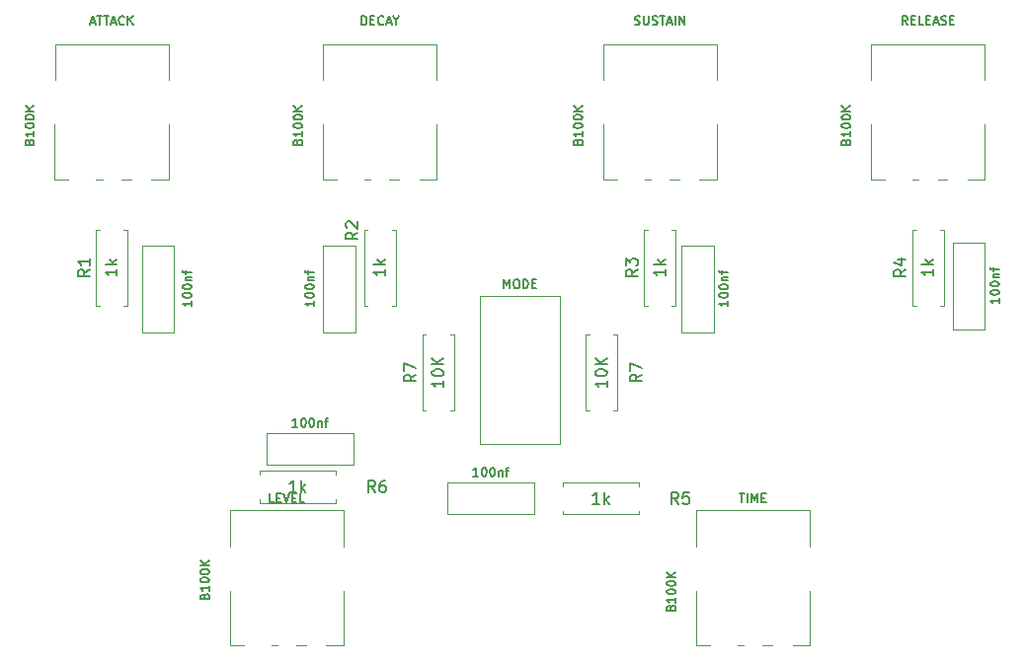
<source format=gbr>
%TF.GenerationSoftware,KiCad,Pcbnew,7.0.2*%
%TF.CreationDate,2024-01-15T12:29:35-05:00*%
%TF.ProjectId,CONTROL PCB,434f4e54-524f-44c2-9050-43422e6b6963,rev?*%
%TF.SameCoordinates,Original*%
%TF.FileFunction,Legend,Top*%
%TF.FilePolarity,Positive*%
%FSLAX46Y46*%
G04 Gerber Fmt 4.6, Leading zero omitted, Abs format (unit mm)*
G04 Created by KiCad (PCBNEW 7.0.2) date 2024-01-15 12:29:35*
%MOMM*%
%LPD*%
G01*
G04 APERTURE LIST*
%ADD10C,0.150000*%
%ADD11C,0.120000*%
G04 APERTURE END LIST*
D10*
%TO.C,MODE*%
X123642857Y-47946964D02*
X123642857Y-47196964D01*
X123642857Y-47196964D02*
X123892857Y-47732678D01*
X123892857Y-47732678D02*
X124142857Y-47196964D01*
X124142857Y-47196964D02*
X124142857Y-47946964D01*
X124642857Y-47196964D02*
X124785714Y-47196964D01*
X124785714Y-47196964D02*
X124857143Y-47232678D01*
X124857143Y-47232678D02*
X124928571Y-47304107D01*
X124928571Y-47304107D02*
X124964286Y-47446964D01*
X124964286Y-47446964D02*
X124964286Y-47696964D01*
X124964286Y-47696964D02*
X124928571Y-47839821D01*
X124928571Y-47839821D02*
X124857143Y-47911250D01*
X124857143Y-47911250D02*
X124785714Y-47946964D01*
X124785714Y-47946964D02*
X124642857Y-47946964D01*
X124642857Y-47946964D02*
X124571429Y-47911250D01*
X124571429Y-47911250D02*
X124500000Y-47839821D01*
X124500000Y-47839821D02*
X124464286Y-47696964D01*
X124464286Y-47696964D02*
X124464286Y-47446964D01*
X124464286Y-47446964D02*
X124500000Y-47304107D01*
X124500000Y-47304107D02*
X124571429Y-47232678D01*
X124571429Y-47232678D02*
X124642857Y-47196964D01*
X125285714Y-47946964D02*
X125285714Y-47196964D01*
X125285714Y-47196964D02*
X125464285Y-47196964D01*
X125464285Y-47196964D02*
X125571428Y-47232678D01*
X125571428Y-47232678D02*
X125642857Y-47304107D01*
X125642857Y-47304107D02*
X125678571Y-47375535D01*
X125678571Y-47375535D02*
X125714285Y-47518392D01*
X125714285Y-47518392D02*
X125714285Y-47625535D01*
X125714285Y-47625535D02*
X125678571Y-47768392D01*
X125678571Y-47768392D02*
X125642857Y-47839821D01*
X125642857Y-47839821D02*
X125571428Y-47911250D01*
X125571428Y-47911250D02*
X125464285Y-47946964D01*
X125464285Y-47946964D02*
X125285714Y-47946964D01*
X126035714Y-47554107D02*
X126285714Y-47554107D01*
X126392857Y-47946964D02*
X126035714Y-47946964D01*
X126035714Y-47946964D02*
X126035714Y-47196964D01*
X126035714Y-47196964D02*
X126392857Y-47196964D01*
%TO.C,R4*%
X158092619Y-46356666D02*
X157616428Y-46689999D01*
X158092619Y-46928094D02*
X157092619Y-46928094D01*
X157092619Y-46928094D02*
X157092619Y-46547142D01*
X157092619Y-46547142D02*
X157140238Y-46451904D01*
X157140238Y-46451904D02*
X157187857Y-46404285D01*
X157187857Y-46404285D02*
X157283095Y-46356666D01*
X157283095Y-46356666D02*
X157425952Y-46356666D01*
X157425952Y-46356666D02*
X157521190Y-46404285D01*
X157521190Y-46404285D02*
X157568809Y-46451904D01*
X157568809Y-46451904D02*
X157616428Y-46547142D01*
X157616428Y-46547142D02*
X157616428Y-46928094D01*
X157425952Y-45499523D02*
X158092619Y-45499523D01*
X157045000Y-45737618D02*
X157759285Y-45975713D01*
X157759285Y-45975713D02*
X157759285Y-45356666D01*
X160462619Y-46309047D02*
X160462619Y-46880475D01*
X160462619Y-46594761D02*
X159462619Y-46594761D01*
X159462619Y-46594761D02*
X159605476Y-46689999D01*
X159605476Y-46689999D02*
X159700714Y-46785237D01*
X159700714Y-46785237D02*
X159748333Y-46880475D01*
X160462619Y-45880475D02*
X159462619Y-45880475D01*
X160081666Y-45785237D02*
X160462619Y-45499523D01*
X159795952Y-45499523D02*
X160176904Y-45880475D01*
%TO.C,100nf*%
X121446428Y-64096964D02*
X121017857Y-64096964D01*
X121232142Y-64096964D02*
X121232142Y-63346964D01*
X121232142Y-63346964D02*
X121160714Y-63454107D01*
X121160714Y-63454107D02*
X121089285Y-63525535D01*
X121089285Y-63525535D02*
X121017857Y-63561250D01*
X121910714Y-63346964D02*
X121982143Y-63346964D01*
X121982143Y-63346964D02*
X122053571Y-63382678D01*
X122053571Y-63382678D02*
X122089286Y-63418392D01*
X122089286Y-63418392D02*
X122125000Y-63489821D01*
X122125000Y-63489821D02*
X122160714Y-63632678D01*
X122160714Y-63632678D02*
X122160714Y-63811250D01*
X122160714Y-63811250D02*
X122125000Y-63954107D01*
X122125000Y-63954107D02*
X122089286Y-64025535D01*
X122089286Y-64025535D02*
X122053571Y-64061250D01*
X122053571Y-64061250D02*
X121982143Y-64096964D01*
X121982143Y-64096964D02*
X121910714Y-64096964D01*
X121910714Y-64096964D02*
X121839286Y-64061250D01*
X121839286Y-64061250D02*
X121803571Y-64025535D01*
X121803571Y-64025535D02*
X121767857Y-63954107D01*
X121767857Y-63954107D02*
X121732143Y-63811250D01*
X121732143Y-63811250D02*
X121732143Y-63632678D01*
X121732143Y-63632678D02*
X121767857Y-63489821D01*
X121767857Y-63489821D02*
X121803571Y-63418392D01*
X121803571Y-63418392D02*
X121839286Y-63382678D01*
X121839286Y-63382678D02*
X121910714Y-63346964D01*
X122625000Y-63346964D02*
X122696429Y-63346964D01*
X122696429Y-63346964D02*
X122767857Y-63382678D01*
X122767857Y-63382678D02*
X122803572Y-63418392D01*
X122803572Y-63418392D02*
X122839286Y-63489821D01*
X122839286Y-63489821D02*
X122875000Y-63632678D01*
X122875000Y-63632678D02*
X122875000Y-63811250D01*
X122875000Y-63811250D02*
X122839286Y-63954107D01*
X122839286Y-63954107D02*
X122803572Y-64025535D01*
X122803572Y-64025535D02*
X122767857Y-64061250D01*
X122767857Y-64061250D02*
X122696429Y-64096964D01*
X122696429Y-64096964D02*
X122625000Y-64096964D01*
X122625000Y-64096964D02*
X122553572Y-64061250D01*
X122553572Y-64061250D02*
X122517857Y-64025535D01*
X122517857Y-64025535D02*
X122482143Y-63954107D01*
X122482143Y-63954107D02*
X122446429Y-63811250D01*
X122446429Y-63811250D02*
X122446429Y-63632678D01*
X122446429Y-63632678D02*
X122482143Y-63489821D01*
X122482143Y-63489821D02*
X122517857Y-63418392D01*
X122517857Y-63418392D02*
X122553572Y-63382678D01*
X122553572Y-63382678D02*
X122625000Y-63346964D01*
X123196429Y-63596964D02*
X123196429Y-64096964D01*
X123196429Y-63668392D02*
X123232143Y-63632678D01*
X123232143Y-63632678D02*
X123303572Y-63596964D01*
X123303572Y-63596964D02*
X123410715Y-63596964D01*
X123410715Y-63596964D02*
X123482143Y-63632678D01*
X123482143Y-63632678D02*
X123517858Y-63704107D01*
X123517858Y-63704107D02*
X123517858Y-64096964D01*
X123767857Y-63596964D02*
X124053571Y-63596964D01*
X123875000Y-64096964D02*
X123875000Y-63454107D01*
X123875000Y-63454107D02*
X123910714Y-63382678D01*
X123910714Y-63382678D02*
X123982143Y-63346964D01*
X123982143Y-63346964D02*
X124053571Y-63346964D01*
%TO.C,R5*%
X138583333Y-66462619D02*
X138250000Y-65986428D01*
X138011905Y-66462619D02*
X138011905Y-65462619D01*
X138011905Y-65462619D02*
X138392857Y-65462619D01*
X138392857Y-65462619D02*
X138488095Y-65510238D01*
X138488095Y-65510238D02*
X138535714Y-65557857D01*
X138535714Y-65557857D02*
X138583333Y-65653095D01*
X138583333Y-65653095D02*
X138583333Y-65795952D01*
X138583333Y-65795952D02*
X138535714Y-65891190D01*
X138535714Y-65891190D02*
X138488095Y-65938809D01*
X138488095Y-65938809D02*
X138392857Y-65986428D01*
X138392857Y-65986428D02*
X138011905Y-65986428D01*
X139488095Y-65462619D02*
X139011905Y-65462619D01*
X139011905Y-65462619D02*
X138964286Y-65938809D01*
X138964286Y-65938809D02*
X139011905Y-65891190D01*
X139011905Y-65891190D02*
X139107143Y-65843571D01*
X139107143Y-65843571D02*
X139345238Y-65843571D01*
X139345238Y-65843571D02*
X139440476Y-65891190D01*
X139440476Y-65891190D02*
X139488095Y-65938809D01*
X139488095Y-65938809D02*
X139535714Y-66034047D01*
X139535714Y-66034047D02*
X139535714Y-66272142D01*
X139535714Y-66272142D02*
X139488095Y-66367380D01*
X139488095Y-66367380D02*
X139440476Y-66415000D01*
X139440476Y-66415000D02*
X139345238Y-66462619D01*
X139345238Y-66462619D02*
X139107143Y-66462619D01*
X139107143Y-66462619D02*
X139011905Y-66415000D01*
X139011905Y-66415000D02*
X138964286Y-66367380D01*
X131820952Y-66462619D02*
X131249524Y-66462619D01*
X131535238Y-66462619D02*
X131535238Y-65462619D01*
X131535238Y-65462619D02*
X131440000Y-65605476D01*
X131440000Y-65605476D02*
X131344762Y-65700714D01*
X131344762Y-65700714D02*
X131249524Y-65748333D01*
X132249524Y-66462619D02*
X132249524Y-65462619D01*
X132344762Y-66081666D02*
X132630476Y-66462619D01*
X132630476Y-65795952D02*
X132249524Y-66176904D01*
%TO.C,R7*%
X135462619Y-55356666D02*
X134986428Y-55689999D01*
X135462619Y-55928094D02*
X134462619Y-55928094D01*
X134462619Y-55928094D02*
X134462619Y-55547142D01*
X134462619Y-55547142D02*
X134510238Y-55451904D01*
X134510238Y-55451904D02*
X134557857Y-55404285D01*
X134557857Y-55404285D02*
X134653095Y-55356666D01*
X134653095Y-55356666D02*
X134795952Y-55356666D01*
X134795952Y-55356666D02*
X134891190Y-55404285D01*
X134891190Y-55404285D02*
X134938809Y-55451904D01*
X134938809Y-55451904D02*
X134986428Y-55547142D01*
X134986428Y-55547142D02*
X134986428Y-55928094D01*
X134462619Y-55023332D02*
X134462619Y-54356666D01*
X134462619Y-54356666D02*
X135462619Y-54785237D01*
X132462619Y-55880476D02*
X132462619Y-56451904D01*
X132462619Y-56166190D02*
X131462619Y-56166190D01*
X131462619Y-56166190D02*
X131605476Y-56261428D01*
X131605476Y-56261428D02*
X131700714Y-56356666D01*
X131700714Y-56356666D02*
X131748333Y-56451904D01*
X131462619Y-55261428D02*
X131462619Y-55166190D01*
X131462619Y-55166190D02*
X131510238Y-55070952D01*
X131510238Y-55070952D02*
X131557857Y-55023333D01*
X131557857Y-55023333D02*
X131653095Y-54975714D01*
X131653095Y-54975714D02*
X131843571Y-54928095D01*
X131843571Y-54928095D02*
X132081666Y-54928095D01*
X132081666Y-54928095D02*
X132272142Y-54975714D01*
X132272142Y-54975714D02*
X132367380Y-55023333D01*
X132367380Y-55023333D02*
X132415000Y-55070952D01*
X132415000Y-55070952D02*
X132462619Y-55166190D01*
X132462619Y-55166190D02*
X132462619Y-55261428D01*
X132462619Y-55261428D02*
X132415000Y-55356666D01*
X132415000Y-55356666D02*
X132367380Y-55404285D01*
X132367380Y-55404285D02*
X132272142Y-55451904D01*
X132272142Y-55451904D02*
X132081666Y-55499523D01*
X132081666Y-55499523D02*
X131843571Y-55499523D01*
X131843571Y-55499523D02*
X131653095Y-55451904D01*
X131653095Y-55451904D02*
X131557857Y-55404285D01*
X131557857Y-55404285D02*
X131510238Y-55356666D01*
X131510238Y-55356666D02*
X131462619Y-55261428D01*
X132462619Y-54499523D02*
X131462619Y-54499523D01*
X132462619Y-53928095D02*
X131891190Y-54356666D01*
X131462619Y-53928095D02*
X132034047Y-54499523D01*
%TO.C,B100K*%
X137954107Y-75392857D02*
X137989821Y-75285714D01*
X137989821Y-75285714D02*
X138025535Y-75250000D01*
X138025535Y-75250000D02*
X138096964Y-75214286D01*
X138096964Y-75214286D02*
X138204107Y-75214286D01*
X138204107Y-75214286D02*
X138275535Y-75250000D01*
X138275535Y-75250000D02*
X138311250Y-75285714D01*
X138311250Y-75285714D02*
X138346964Y-75357143D01*
X138346964Y-75357143D02*
X138346964Y-75642857D01*
X138346964Y-75642857D02*
X137596964Y-75642857D01*
X137596964Y-75642857D02*
X137596964Y-75392857D01*
X137596964Y-75392857D02*
X137632678Y-75321429D01*
X137632678Y-75321429D02*
X137668392Y-75285714D01*
X137668392Y-75285714D02*
X137739821Y-75250000D01*
X137739821Y-75250000D02*
X137811250Y-75250000D01*
X137811250Y-75250000D02*
X137882678Y-75285714D01*
X137882678Y-75285714D02*
X137918392Y-75321429D01*
X137918392Y-75321429D02*
X137954107Y-75392857D01*
X137954107Y-75392857D02*
X137954107Y-75642857D01*
X138346964Y-74500000D02*
X138346964Y-74928571D01*
X138346964Y-74714286D02*
X137596964Y-74714286D01*
X137596964Y-74714286D02*
X137704107Y-74785714D01*
X137704107Y-74785714D02*
X137775535Y-74857143D01*
X137775535Y-74857143D02*
X137811250Y-74928571D01*
X137596964Y-74035714D02*
X137596964Y-73964285D01*
X137596964Y-73964285D02*
X137632678Y-73892857D01*
X137632678Y-73892857D02*
X137668392Y-73857143D01*
X137668392Y-73857143D02*
X137739821Y-73821428D01*
X137739821Y-73821428D02*
X137882678Y-73785714D01*
X137882678Y-73785714D02*
X138061250Y-73785714D01*
X138061250Y-73785714D02*
X138204107Y-73821428D01*
X138204107Y-73821428D02*
X138275535Y-73857143D01*
X138275535Y-73857143D02*
X138311250Y-73892857D01*
X138311250Y-73892857D02*
X138346964Y-73964285D01*
X138346964Y-73964285D02*
X138346964Y-74035714D01*
X138346964Y-74035714D02*
X138311250Y-74107143D01*
X138311250Y-74107143D02*
X138275535Y-74142857D01*
X138275535Y-74142857D02*
X138204107Y-74178571D01*
X138204107Y-74178571D02*
X138061250Y-74214285D01*
X138061250Y-74214285D02*
X137882678Y-74214285D01*
X137882678Y-74214285D02*
X137739821Y-74178571D01*
X137739821Y-74178571D02*
X137668392Y-74142857D01*
X137668392Y-74142857D02*
X137632678Y-74107143D01*
X137632678Y-74107143D02*
X137596964Y-74035714D01*
X137596964Y-73321428D02*
X137596964Y-73249999D01*
X137596964Y-73249999D02*
X137632678Y-73178571D01*
X137632678Y-73178571D02*
X137668392Y-73142857D01*
X137668392Y-73142857D02*
X137739821Y-73107142D01*
X137739821Y-73107142D02*
X137882678Y-73071428D01*
X137882678Y-73071428D02*
X138061250Y-73071428D01*
X138061250Y-73071428D02*
X138204107Y-73107142D01*
X138204107Y-73107142D02*
X138275535Y-73142857D01*
X138275535Y-73142857D02*
X138311250Y-73178571D01*
X138311250Y-73178571D02*
X138346964Y-73249999D01*
X138346964Y-73249999D02*
X138346964Y-73321428D01*
X138346964Y-73321428D02*
X138311250Y-73392857D01*
X138311250Y-73392857D02*
X138275535Y-73428571D01*
X138275535Y-73428571D02*
X138204107Y-73464285D01*
X138204107Y-73464285D02*
X138061250Y-73499999D01*
X138061250Y-73499999D02*
X137882678Y-73499999D01*
X137882678Y-73499999D02*
X137739821Y-73464285D01*
X137739821Y-73464285D02*
X137668392Y-73428571D01*
X137668392Y-73428571D02*
X137632678Y-73392857D01*
X137632678Y-73392857D02*
X137596964Y-73321428D01*
X138346964Y-72749999D02*
X137596964Y-72749999D01*
X138346964Y-72321428D02*
X137918392Y-72642856D01*
X137596964Y-72321428D02*
X138025535Y-72749999D01*
X143839285Y-65596964D02*
X144267857Y-65596964D01*
X144053571Y-66346964D02*
X144053571Y-65596964D01*
X144517857Y-66346964D02*
X144517857Y-65596964D01*
X144875000Y-66346964D02*
X144875000Y-65596964D01*
X144875000Y-65596964D02*
X145125000Y-66132678D01*
X145125000Y-66132678D02*
X145375000Y-65596964D01*
X145375000Y-65596964D02*
X145375000Y-66346964D01*
X145732143Y-65954107D02*
X145982143Y-65954107D01*
X146089286Y-66346964D02*
X145732143Y-66346964D01*
X145732143Y-66346964D02*
X145732143Y-65596964D01*
X145732143Y-65596964D02*
X146089286Y-65596964D01*
%TO.C,R2*%
X111092619Y-43166666D02*
X110616428Y-43499999D01*
X111092619Y-43738094D02*
X110092619Y-43738094D01*
X110092619Y-43738094D02*
X110092619Y-43357142D01*
X110092619Y-43357142D02*
X110140238Y-43261904D01*
X110140238Y-43261904D02*
X110187857Y-43214285D01*
X110187857Y-43214285D02*
X110283095Y-43166666D01*
X110283095Y-43166666D02*
X110425952Y-43166666D01*
X110425952Y-43166666D02*
X110521190Y-43214285D01*
X110521190Y-43214285D02*
X110568809Y-43261904D01*
X110568809Y-43261904D02*
X110616428Y-43357142D01*
X110616428Y-43357142D02*
X110616428Y-43738094D01*
X110187857Y-42785713D02*
X110140238Y-42738094D01*
X110140238Y-42738094D02*
X110092619Y-42642856D01*
X110092619Y-42642856D02*
X110092619Y-42404761D01*
X110092619Y-42404761D02*
X110140238Y-42309523D01*
X110140238Y-42309523D02*
X110187857Y-42261904D01*
X110187857Y-42261904D02*
X110283095Y-42214285D01*
X110283095Y-42214285D02*
X110378333Y-42214285D01*
X110378333Y-42214285D02*
X110521190Y-42261904D01*
X110521190Y-42261904D02*
X111092619Y-42833332D01*
X111092619Y-42833332D02*
X111092619Y-42214285D01*
X113462619Y-46309047D02*
X113462619Y-46880475D01*
X113462619Y-46594761D02*
X112462619Y-46594761D01*
X112462619Y-46594761D02*
X112605476Y-46689999D01*
X112605476Y-46689999D02*
X112700714Y-46785237D01*
X112700714Y-46785237D02*
X112748333Y-46880475D01*
X113462619Y-45880475D02*
X112462619Y-45880475D01*
X113081666Y-45785237D02*
X113462619Y-45499523D01*
X112795952Y-45499523D02*
X113176904Y-45880475D01*
%TO.C,R7*%
X116092619Y-55356666D02*
X115616428Y-55689999D01*
X116092619Y-55928094D02*
X115092619Y-55928094D01*
X115092619Y-55928094D02*
X115092619Y-55547142D01*
X115092619Y-55547142D02*
X115140238Y-55451904D01*
X115140238Y-55451904D02*
X115187857Y-55404285D01*
X115187857Y-55404285D02*
X115283095Y-55356666D01*
X115283095Y-55356666D02*
X115425952Y-55356666D01*
X115425952Y-55356666D02*
X115521190Y-55404285D01*
X115521190Y-55404285D02*
X115568809Y-55451904D01*
X115568809Y-55451904D02*
X115616428Y-55547142D01*
X115616428Y-55547142D02*
X115616428Y-55928094D01*
X115092619Y-55023332D02*
X115092619Y-54356666D01*
X115092619Y-54356666D02*
X116092619Y-54785237D01*
X118462619Y-55880476D02*
X118462619Y-56451904D01*
X118462619Y-56166190D02*
X117462619Y-56166190D01*
X117462619Y-56166190D02*
X117605476Y-56261428D01*
X117605476Y-56261428D02*
X117700714Y-56356666D01*
X117700714Y-56356666D02*
X117748333Y-56451904D01*
X117462619Y-55261428D02*
X117462619Y-55166190D01*
X117462619Y-55166190D02*
X117510238Y-55070952D01*
X117510238Y-55070952D02*
X117557857Y-55023333D01*
X117557857Y-55023333D02*
X117653095Y-54975714D01*
X117653095Y-54975714D02*
X117843571Y-54928095D01*
X117843571Y-54928095D02*
X118081666Y-54928095D01*
X118081666Y-54928095D02*
X118272142Y-54975714D01*
X118272142Y-54975714D02*
X118367380Y-55023333D01*
X118367380Y-55023333D02*
X118415000Y-55070952D01*
X118415000Y-55070952D02*
X118462619Y-55166190D01*
X118462619Y-55166190D02*
X118462619Y-55261428D01*
X118462619Y-55261428D02*
X118415000Y-55356666D01*
X118415000Y-55356666D02*
X118367380Y-55404285D01*
X118367380Y-55404285D02*
X118272142Y-55451904D01*
X118272142Y-55451904D02*
X118081666Y-55499523D01*
X118081666Y-55499523D02*
X117843571Y-55499523D01*
X117843571Y-55499523D02*
X117653095Y-55451904D01*
X117653095Y-55451904D02*
X117557857Y-55404285D01*
X117557857Y-55404285D02*
X117510238Y-55356666D01*
X117510238Y-55356666D02*
X117462619Y-55261428D01*
X118462619Y-54499523D02*
X117462619Y-54499523D01*
X118462619Y-53928095D02*
X117891190Y-54356666D01*
X117462619Y-53928095D02*
X118034047Y-54499523D01*
%TO.C,B100K*%
X152954107Y-35392857D02*
X152989821Y-35285714D01*
X152989821Y-35285714D02*
X153025535Y-35250000D01*
X153025535Y-35250000D02*
X153096964Y-35214286D01*
X153096964Y-35214286D02*
X153204107Y-35214286D01*
X153204107Y-35214286D02*
X153275535Y-35250000D01*
X153275535Y-35250000D02*
X153311250Y-35285714D01*
X153311250Y-35285714D02*
X153346964Y-35357143D01*
X153346964Y-35357143D02*
X153346964Y-35642857D01*
X153346964Y-35642857D02*
X152596964Y-35642857D01*
X152596964Y-35642857D02*
X152596964Y-35392857D01*
X152596964Y-35392857D02*
X152632678Y-35321429D01*
X152632678Y-35321429D02*
X152668392Y-35285714D01*
X152668392Y-35285714D02*
X152739821Y-35250000D01*
X152739821Y-35250000D02*
X152811250Y-35250000D01*
X152811250Y-35250000D02*
X152882678Y-35285714D01*
X152882678Y-35285714D02*
X152918392Y-35321429D01*
X152918392Y-35321429D02*
X152954107Y-35392857D01*
X152954107Y-35392857D02*
X152954107Y-35642857D01*
X153346964Y-34500000D02*
X153346964Y-34928571D01*
X153346964Y-34714286D02*
X152596964Y-34714286D01*
X152596964Y-34714286D02*
X152704107Y-34785714D01*
X152704107Y-34785714D02*
X152775535Y-34857143D01*
X152775535Y-34857143D02*
X152811250Y-34928571D01*
X152596964Y-34035714D02*
X152596964Y-33964285D01*
X152596964Y-33964285D02*
X152632678Y-33892857D01*
X152632678Y-33892857D02*
X152668392Y-33857143D01*
X152668392Y-33857143D02*
X152739821Y-33821428D01*
X152739821Y-33821428D02*
X152882678Y-33785714D01*
X152882678Y-33785714D02*
X153061250Y-33785714D01*
X153061250Y-33785714D02*
X153204107Y-33821428D01*
X153204107Y-33821428D02*
X153275535Y-33857143D01*
X153275535Y-33857143D02*
X153311250Y-33892857D01*
X153311250Y-33892857D02*
X153346964Y-33964285D01*
X153346964Y-33964285D02*
X153346964Y-34035714D01*
X153346964Y-34035714D02*
X153311250Y-34107143D01*
X153311250Y-34107143D02*
X153275535Y-34142857D01*
X153275535Y-34142857D02*
X153204107Y-34178571D01*
X153204107Y-34178571D02*
X153061250Y-34214285D01*
X153061250Y-34214285D02*
X152882678Y-34214285D01*
X152882678Y-34214285D02*
X152739821Y-34178571D01*
X152739821Y-34178571D02*
X152668392Y-34142857D01*
X152668392Y-34142857D02*
X152632678Y-34107143D01*
X152632678Y-34107143D02*
X152596964Y-34035714D01*
X152596964Y-33321428D02*
X152596964Y-33249999D01*
X152596964Y-33249999D02*
X152632678Y-33178571D01*
X152632678Y-33178571D02*
X152668392Y-33142857D01*
X152668392Y-33142857D02*
X152739821Y-33107142D01*
X152739821Y-33107142D02*
X152882678Y-33071428D01*
X152882678Y-33071428D02*
X153061250Y-33071428D01*
X153061250Y-33071428D02*
X153204107Y-33107142D01*
X153204107Y-33107142D02*
X153275535Y-33142857D01*
X153275535Y-33142857D02*
X153311250Y-33178571D01*
X153311250Y-33178571D02*
X153346964Y-33249999D01*
X153346964Y-33249999D02*
X153346964Y-33321428D01*
X153346964Y-33321428D02*
X153311250Y-33392857D01*
X153311250Y-33392857D02*
X153275535Y-33428571D01*
X153275535Y-33428571D02*
X153204107Y-33464285D01*
X153204107Y-33464285D02*
X153061250Y-33499999D01*
X153061250Y-33499999D02*
X152882678Y-33499999D01*
X152882678Y-33499999D02*
X152739821Y-33464285D01*
X152739821Y-33464285D02*
X152668392Y-33428571D01*
X152668392Y-33428571D02*
X152632678Y-33392857D01*
X152632678Y-33392857D02*
X152596964Y-33321428D01*
X153346964Y-32749999D02*
X152596964Y-32749999D01*
X153346964Y-32321428D02*
X152918392Y-32642856D01*
X152596964Y-32321428D02*
X153025535Y-32749999D01*
X158232143Y-25346964D02*
X157982143Y-24989821D01*
X157803572Y-25346964D02*
X157803572Y-24596964D01*
X157803572Y-24596964D02*
X158089286Y-24596964D01*
X158089286Y-24596964D02*
X158160715Y-24632678D01*
X158160715Y-24632678D02*
X158196429Y-24668392D01*
X158196429Y-24668392D02*
X158232143Y-24739821D01*
X158232143Y-24739821D02*
X158232143Y-24846964D01*
X158232143Y-24846964D02*
X158196429Y-24918392D01*
X158196429Y-24918392D02*
X158160715Y-24954107D01*
X158160715Y-24954107D02*
X158089286Y-24989821D01*
X158089286Y-24989821D02*
X157803572Y-24989821D01*
X158553572Y-24954107D02*
X158803572Y-24954107D01*
X158910715Y-25346964D02*
X158553572Y-25346964D01*
X158553572Y-25346964D02*
X158553572Y-24596964D01*
X158553572Y-24596964D02*
X158910715Y-24596964D01*
X159589286Y-25346964D02*
X159232143Y-25346964D01*
X159232143Y-25346964D02*
X159232143Y-24596964D01*
X159839286Y-24954107D02*
X160089286Y-24954107D01*
X160196429Y-25346964D02*
X159839286Y-25346964D01*
X159839286Y-25346964D02*
X159839286Y-24596964D01*
X159839286Y-24596964D02*
X160196429Y-24596964D01*
X160482143Y-25132678D02*
X160839286Y-25132678D01*
X160410714Y-25346964D02*
X160660714Y-24596964D01*
X160660714Y-24596964D02*
X160910714Y-25346964D01*
X161125000Y-25311250D02*
X161232143Y-25346964D01*
X161232143Y-25346964D02*
X161410714Y-25346964D01*
X161410714Y-25346964D02*
X161482143Y-25311250D01*
X161482143Y-25311250D02*
X161517857Y-25275535D01*
X161517857Y-25275535D02*
X161553571Y-25204107D01*
X161553571Y-25204107D02*
X161553571Y-25132678D01*
X161553571Y-25132678D02*
X161517857Y-25061250D01*
X161517857Y-25061250D02*
X161482143Y-25025535D01*
X161482143Y-25025535D02*
X161410714Y-24989821D01*
X161410714Y-24989821D02*
X161267857Y-24954107D01*
X161267857Y-24954107D02*
X161196428Y-24918392D01*
X161196428Y-24918392D02*
X161160714Y-24882678D01*
X161160714Y-24882678D02*
X161125000Y-24811250D01*
X161125000Y-24811250D02*
X161125000Y-24739821D01*
X161125000Y-24739821D02*
X161160714Y-24668392D01*
X161160714Y-24668392D02*
X161196428Y-24632678D01*
X161196428Y-24632678D02*
X161267857Y-24596964D01*
X161267857Y-24596964D02*
X161446428Y-24596964D01*
X161446428Y-24596964D02*
X161553571Y-24632678D01*
X161875000Y-24954107D02*
X162125000Y-24954107D01*
X162232143Y-25346964D02*
X161875000Y-25346964D01*
X161875000Y-25346964D02*
X161875000Y-24596964D01*
X161875000Y-24596964D02*
X162232143Y-24596964D01*
%TO.C,100nf*%
X105946428Y-59846964D02*
X105517857Y-59846964D01*
X105732142Y-59846964D02*
X105732142Y-59096964D01*
X105732142Y-59096964D02*
X105660714Y-59204107D01*
X105660714Y-59204107D02*
X105589285Y-59275535D01*
X105589285Y-59275535D02*
X105517857Y-59311250D01*
X106410714Y-59096964D02*
X106482143Y-59096964D01*
X106482143Y-59096964D02*
X106553571Y-59132678D01*
X106553571Y-59132678D02*
X106589286Y-59168392D01*
X106589286Y-59168392D02*
X106625000Y-59239821D01*
X106625000Y-59239821D02*
X106660714Y-59382678D01*
X106660714Y-59382678D02*
X106660714Y-59561250D01*
X106660714Y-59561250D02*
X106625000Y-59704107D01*
X106625000Y-59704107D02*
X106589286Y-59775535D01*
X106589286Y-59775535D02*
X106553571Y-59811250D01*
X106553571Y-59811250D02*
X106482143Y-59846964D01*
X106482143Y-59846964D02*
X106410714Y-59846964D01*
X106410714Y-59846964D02*
X106339286Y-59811250D01*
X106339286Y-59811250D02*
X106303571Y-59775535D01*
X106303571Y-59775535D02*
X106267857Y-59704107D01*
X106267857Y-59704107D02*
X106232143Y-59561250D01*
X106232143Y-59561250D02*
X106232143Y-59382678D01*
X106232143Y-59382678D02*
X106267857Y-59239821D01*
X106267857Y-59239821D02*
X106303571Y-59168392D01*
X106303571Y-59168392D02*
X106339286Y-59132678D01*
X106339286Y-59132678D02*
X106410714Y-59096964D01*
X107125000Y-59096964D02*
X107196429Y-59096964D01*
X107196429Y-59096964D02*
X107267857Y-59132678D01*
X107267857Y-59132678D02*
X107303572Y-59168392D01*
X107303572Y-59168392D02*
X107339286Y-59239821D01*
X107339286Y-59239821D02*
X107375000Y-59382678D01*
X107375000Y-59382678D02*
X107375000Y-59561250D01*
X107375000Y-59561250D02*
X107339286Y-59704107D01*
X107339286Y-59704107D02*
X107303572Y-59775535D01*
X107303572Y-59775535D02*
X107267857Y-59811250D01*
X107267857Y-59811250D02*
X107196429Y-59846964D01*
X107196429Y-59846964D02*
X107125000Y-59846964D01*
X107125000Y-59846964D02*
X107053572Y-59811250D01*
X107053572Y-59811250D02*
X107017857Y-59775535D01*
X107017857Y-59775535D02*
X106982143Y-59704107D01*
X106982143Y-59704107D02*
X106946429Y-59561250D01*
X106946429Y-59561250D02*
X106946429Y-59382678D01*
X106946429Y-59382678D02*
X106982143Y-59239821D01*
X106982143Y-59239821D02*
X107017857Y-59168392D01*
X107017857Y-59168392D02*
X107053572Y-59132678D01*
X107053572Y-59132678D02*
X107125000Y-59096964D01*
X107696429Y-59346964D02*
X107696429Y-59846964D01*
X107696429Y-59418392D02*
X107732143Y-59382678D01*
X107732143Y-59382678D02*
X107803572Y-59346964D01*
X107803572Y-59346964D02*
X107910715Y-59346964D01*
X107910715Y-59346964D02*
X107982143Y-59382678D01*
X107982143Y-59382678D02*
X108017858Y-59454107D01*
X108017858Y-59454107D02*
X108017858Y-59846964D01*
X108267857Y-59346964D02*
X108553571Y-59346964D01*
X108375000Y-59846964D02*
X108375000Y-59204107D01*
X108375000Y-59204107D02*
X108410714Y-59132678D01*
X108410714Y-59132678D02*
X108482143Y-59096964D01*
X108482143Y-59096964D02*
X108553571Y-59096964D01*
%TO.C,B100K*%
X97954107Y-74392857D02*
X97989821Y-74285714D01*
X97989821Y-74285714D02*
X98025535Y-74250000D01*
X98025535Y-74250000D02*
X98096964Y-74214286D01*
X98096964Y-74214286D02*
X98204107Y-74214286D01*
X98204107Y-74214286D02*
X98275535Y-74250000D01*
X98275535Y-74250000D02*
X98311250Y-74285714D01*
X98311250Y-74285714D02*
X98346964Y-74357143D01*
X98346964Y-74357143D02*
X98346964Y-74642857D01*
X98346964Y-74642857D02*
X97596964Y-74642857D01*
X97596964Y-74642857D02*
X97596964Y-74392857D01*
X97596964Y-74392857D02*
X97632678Y-74321429D01*
X97632678Y-74321429D02*
X97668392Y-74285714D01*
X97668392Y-74285714D02*
X97739821Y-74250000D01*
X97739821Y-74250000D02*
X97811250Y-74250000D01*
X97811250Y-74250000D02*
X97882678Y-74285714D01*
X97882678Y-74285714D02*
X97918392Y-74321429D01*
X97918392Y-74321429D02*
X97954107Y-74392857D01*
X97954107Y-74392857D02*
X97954107Y-74642857D01*
X98346964Y-73500000D02*
X98346964Y-73928571D01*
X98346964Y-73714286D02*
X97596964Y-73714286D01*
X97596964Y-73714286D02*
X97704107Y-73785714D01*
X97704107Y-73785714D02*
X97775535Y-73857143D01*
X97775535Y-73857143D02*
X97811250Y-73928571D01*
X97596964Y-73035714D02*
X97596964Y-72964285D01*
X97596964Y-72964285D02*
X97632678Y-72892857D01*
X97632678Y-72892857D02*
X97668392Y-72857143D01*
X97668392Y-72857143D02*
X97739821Y-72821428D01*
X97739821Y-72821428D02*
X97882678Y-72785714D01*
X97882678Y-72785714D02*
X98061250Y-72785714D01*
X98061250Y-72785714D02*
X98204107Y-72821428D01*
X98204107Y-72821428D02*
X98275535Y-72857143D01*
X98275535Y-72857143D02*
X98311250Y-72892857D01*
X98311250Y-72892857D02*
X98346964Y-72964285D01*
X98346964Y-72964285D02*
X98346964Y-73035714D01*
X98346964Y-73035714D02*
X98311250Y-73107143D01*
X98311250Y-73107143D02*
X98275535Y-73142857D01*
X98275535Y-73142857D02*
X98204107Y-73178571D01*
X98204107Y-73178571D02*
X98061250Y-73214285D01*
X98061250Y-73214285D02*
X97882678Y-73214285D01*
X97882678Y-73214285D02*
X97739821Y-73178571D01*
X97739821Y-73178571D02*
X97668392Y-73142857D01*
X97668392Y-73142857D02*
X97632678Y-73107143D01*
X97632678Y-73107143D02*
X97596964Y-73035714D01*
X97596964Y-72321428D02*
X97596964Y-72249999D01*
X97596964Y-72249999D02*
X97632678Y-72178571D01*
X97632678Y-72178571D02*
X97668392Y-72142857D01*
X97668392Y-72142857D02*
X97739821Y-72107142D01*
X97739821Y-72107142D02*
X97882678Y-72071428D01*
X97882678Y-72071428D02*
X98061250Y-72071428D01*
X98061250Y-72071428D02*
X98204107Y-72107142D01*
X98204107Y-72107142D02*
X98275535Y-72142857D01*
X98275535Y-72142857D02*
X98311250Y-72178571D01*
X98311250Y-72178571D02*
X98346964Y-72249999D01*
X98346964Y-72249999D02*
X98346964Y-72321428D01*
X98346964Y-72321428D02*
X98311250Y-72392857D01*
X98311250Y-72392857D02*
X98275535Y-72428571D01*
X98275535Y-72428571D02*
X98204107Y-72464285D01*
X98204107Y-72464285D02*
X98061250Y-72499999D01*
X98061250Y-72499999D02*
X97882678Y-72499999D01*
X97882678Y-72499999D02*
X97739821Y-72464285D01*
X97739821Y-72464285D02*
X97668392Y-72428571D01*
X97668392Y-72428571D02*
X97632678Y-72392857D01*
X97632678Y-72392857D02*
X97596964Y-72321428D01*
X98346964Y-71749999D02*
X97596964Y-71749999D01*
X98346964Y-71321428D02*
X97918392Y-71642856D01*
X97596964Y-71321428D02*
X98025535Y-71749999D01*
X103928572Y-66346964D02*
X103571429Y-66346964D01*
X103571429Y-66346964D02*
X103571429Y-65596964D01*
X104178572Y-65954107D02*
X104428572Y-65954107D01*
X104535715Y-66346964D02*
X104178572Y-66346964D01*
X104178572Y-66346964D02*
X104178572Y-65596964D01*
X104178572Y-65596964D02*
X104535715Y-65596964D01*
X104750000Y-65596964D02*
X105000000Y-66346964D01*
X105000000Y-66346964D02*
X105250000Y-65596964D01*
X105500000Y-65954107D02*
X105750000Y-65954107D01*
X105857143Y-66346964D02*
X105500000Y-66346964D01*
X105500000Y-66346964D02*
X105500000Y-65596964D01*
X105500000Y-65596964D02*
X105857143Y-65596964D01*
X106535714Y-66346964D02*
X106178571Y-66346964D01*
X106178571Y-66346964D02*
X106178571Y-65596964D01*
X129954107Y-35392857D02*
X129989821Y-35285714D01*
X129989821Y-35285714D02*
X130025535Y-35250000D01*
X130025535Y-35250000D02*
X130096964Y-35214286D01*
X130096964Y-35214286D02*
X130204107Y-35214286D01*
X130204107Y-35214286D02*
X130275535Y-35250000D01*
X130275535Y-35250000D02*
X130311250Y-35285714D01*
X130311250Y-35285714D02*
X130346964Y-35357143D01*
X130346964Y-35357143D02*
X130346964Y-35642857D01*
X130346964Y-35642857D02*
X129596964Y-35642857D01*
X129596964Y-35642857D02*
X129596964Y-35392857D01*
X129596964Y-35392857D02*
X129632678Y-35321429D01*
X129632678Y-35321429D02*
X129668392Y-35285714D01*
X129668392Y-35285714D02*
X129739821Y-35250000D01*
X129739821Y-35250000D02*
X129811250Y-35250000D01*
X129811250Y-35250000D02*
X129882678Y-35285714D01*
X129882678Y-35285714D02*
X129918392Y-35321429D01*
X129918392Y-35321429D02*
X129954107Y-35392857D01*
X129954107Y-35392857D02*
X129954107Y-35642857D01*
X130346964Y-34500000D02*
X130346964Y-34928571D01*
X130346964Y-34714286D02*
X129596964Y-34714286D01*
X129596964Y-34714286D02*
X129704107Y-34785714D01*
X129704107Y-34785714D02*
X129775535Y-34857143D01*
X129775535Y-34857143D02*
X129811250Y-34928571D01*
X129596964Y-34035714D02*
X129596964Y-33964285D01*
X129596964Y-33964285D02*
X129632678Y-33892857D01*
X129632678Y-33892857D02*
X129668392Y-33857143D01*
X129668392Y-33857143D02*
X129739821Y-33821428D01*
X129739821Y-33821428D02*
X129882678Y-33785714D01*
X129882678Y-33785714D02*
X130061250Y-33785714D01*
X130061250Y-33785714D02*
X130204107Y-33821428D01*
X130204107Y-33821428D02*
X130275535Y-33857143D01*
X130275535Y-33857143D02*
X130311250Y-33892857D01*
X130311250Y-33892857D02*
X130346964Y-33964285D01*
X130346964Y-33964285D02*
X130346964Y-34035714D01*
X130346964Y-34035714D02*
X130311250Y-34107143D01*
X130311250Y-34107143D02*
X130275535Y-34142857D01*
X130275535Y-34142857D02*
X130204107Y-34178571D01*
X130204107Y-34178571D02*
X130061250Y-34214285D01*
X130061250Y-34214285D02*
X129882678Y-34214285D01*
X129882678Y-34214285D02*
X129739821Y-34178571D01*
X129739821Y-34178571D02*
X129668392Y-34142857D01*
X129668392Y-34142857D02*
X129632678Y-34107143D01*
X129632678Y-34107143D02*
X129596964Y-34035714D01*
X129596964Y-33321428D02*
X129596964Y-33249999D01*
X129596964Y-33249999D02*
X129632678Y-33178571D01*
X129632678Y-33178571D02*
X129668392Y-33142857D01*
X129668392Y-33142857D02*
X129739821Y-33107142D01*
X129739821Y-33107142D02*
X129882678Y-33071428D01*
X129882678Y-33071428D02*
X130061250Y-33071428D01*
X130061250Y-33071428D02*
X130204107Y-33107142D01*
X130204107Y-33107142D02*
X130275535Y-33142857D01*
X130275535Y-33142857D02*
X130311250Y-33178571D01*
X130311250Y-33178571D02*
X130346964Y-33249999D01*
X130346964Y-33249999D02*
X130346964Y-33321428D01*
X130346964Y-33321428D02*
X130311250Y-33392857D01*
X130311250Y-33392857D02*
X130275535Y-33428571D01*
X130275535Y-33428571D02*
X130204107Y-33464285D01*
X130204107Y-33464285D02*
X130061250Y-33499999D01*
X130061250Y-33499999D02*
X129882678Y-33499999D01*
X129882678Y-33499999D02*
X129739821Y-33464285D01*
X129739821Y-33464285D02*
X129668392Y-33428571D01*
X129668392Y-33428571D02*
X129632678Y-33392857D01*
X129632678Y-33392857D02*
X129596964Y-33321428D01*
X130346964Y-32749999D02*
X129596964Y-32749999D01*
X130346964Y-32321428D02*
X129918392Y-32642856D01*
X129596964Y-32321428D02*
X130025535Y-32749999D01*
X134857143Y-25311250D02*
X134964286Y-25346964D01*
X134964286Y-25346964D02*
X135142857Y-25346964D01*
X135142857Y-25346964D02*
X135214286Y-25311250D01*
X135214286Y-25311250D02*
X135250000Y-25275535D01*
X135250000Y-25275535D02*
X135285714Y-25204107D01*
X135285714Y-25204107D02*
X135285714Y-25132678D01*
X135285714Y-25132678D02*
X135250000Y-25061250D01*
X135250000Y-25061250D02*
X135214286Y-25025535D01*
X135214286Y-25025535D02*
X135142857Y-24989821D01*
X135142857Y-24989821D02*
X135000000Y-24954107D01*
X135000000Y-24954107D02*
X134928571Y-24918392D01*
X134928571Y-24918392D02*
X134892857Y-24882678D01*
X134892857Y-24882678D02*
X134857143Y-24811250D01*
X134857143Y-24811250D02*
X134857143Y-24739821D01*
X134857143Y-24739821D02*
X134892857Y-24668392D01*
X134892857Y-24668392D02*
X134928571Y-24632678D01*
X134928571Y-24632678D02*
X135000000Y-24596964D01*
X135000000Y-24596964D02*
X135178571Y-24596964D01*
X135178571Y-24596964D02*
X135285714Y-24632678D01*
X135607143Y-24596964D02*
X135607143Y-25204107D01*
X135607143Y-25204107D02*
X135642857Y-25275535D01*
X135642857Y-25275535D02*
X135678572Y-25311250D01*
X135678572Y-25311250D02*
X135750000Y-25346964D01*
X135750000Y-25346964D02*
X135892857Y-25346964D01*
X135892857Y-25346964D02*
X135964286Y-25311250D01*
X135964286Y-25311250D02*
X136000000Y-25275535D01*
X136000000Y-25275535D02*
X136035714Y-25204107D01*
X136035714Y-25204107D02*
X136035714Y-24596964D01*
X136357143Y-25311250D02*
X136464286Y-25346964D01*
X136464286Y-25346964D02*
X136642857Y-25346964D01*
X136642857Y-25346964D02*
X136714286Y-25311250D01*
X136714286Y-25311250D02*
X136750000Y-25275535D01*
X136750000Y-25275535D02*
X136785714Y-25204107D01*
X136785714Y-25204107D02*
X136785714Y-25132678D01*
X136785714Y-25132678D02*
X136750000Y-25061250D01*
X136750000Y-25061250D02*
X136714286Y-25025535D01*
X136714286Y-25025535D02*
X136642857Y-24989821D01*
X136642857Y-24989821D02*
X136500000Y-24954107D01*
X136500000Y-24954107D02*
X136428571Y-24918392D01*
X136428571Y-24918392D02*
X136392857Y-24882678D01*
X136392857Y-24882678D02*
X136357143Y-24811250D01*
X136357143Y-24811250D02*
X136357143Y-24739821D01*
X136357143Y-24739821D02*
X136392857Y-24668392D01*
X136392857Y-24668392D02*
X136428571Y-24632678D01*
X136428571Y-24632678D02*
X136500000Y-24596964D01*
X136500000Y-24596964D02*
X136678571Y-24596964D01*
X136678571Y-24596964D02*
X136785714Y-24632678D01*
X137000000Y-24596964D02*
X137428572Y-24596964D01*
X137214286Y-25346964D02*
X137214286Y-24596964D01*
X137642858Y-25132678D02*
X138000001Y-25132678D01*
X137571429Y-25346964D02*
X137821429Y-24596964D01*
X137821429Y-24596964D02*
X138071429Y-25346964D01*
X138321429Y-25346964D02*
X138321429Y-24596964D01*
X138678572Y-25346964D02*
X138678572Y-24596964D01*
X138678572Y-24596964D02*
X139107143Y-25346964D01*
X139107143Y-25346964D02*
X139107143Y-24596964D01*
%TO.C,100nf*%
X166096964Y-48803571D02*
X166096964Y-49232142D01*
X166096964Y-49017857D02*
X165346964Y-49017857D01*
X165346964Y-49017857D02*
X165454107Y-49089285D01*
X165454107Y-49089285D02*
X165525535Y-49160714D01*
X165525535Y-49160714D02*
X165561250Y-49232142D01*
X165346964Y-48339285D02*
X165346964Y-48267856D01*
X165346964Y-48267856D02*
X165382678Y-48196428D01*
X165382678Y-48196428D02*
X165418392Y-48160714D01*
X165418392Y-48160714D02*
X165489821Y-48124999D01*
X165489821Y-48124999D02*
X165632678Y-48089285D01*
X165632678Y-48089285D02*
X165811250Y-48089285D01*
X165811250Y-48089285D02*
X165954107Y-48124999D01*
X165954107Y-48124999D02*
X166025535Y-48160714D01*
X166025535Y-48160714D02*
X166061250Y-48196428D01*
X166061250Y-48196428D02*
X166096964Y-48267856D01*
X166096964Y-48267856D02*
X166096964Y-48339285D01*
X166096964Y-48339285D02*
X166061250Y-48410714D01*
X166061250Y-48410714D02*
X166025535Y-48446428D01*
X166025535Y-48446428D02*
X165954107Y-48482142D01*
X165954107Y-48482142D02*
X165811250Y-48517856D01*
X165811250Y-48517856D02*
X165632678Y-48517856D01*
X165632678Y-48517856D02*
X165489821Y-48482142D01*
X165489821Y-48482142D02*
X165418392Y-48446428D01*
X165418392Y-48446428D02*
X165382678Y-48410714D01*
X165382678Y-48410714D02*
X165346964Y-48339285D01*
X165346964Y-47624999D02*
X165346964Y-47553570D01*
X165346964Y-47553570D02*
X165382678Y-47482142D01*
X165382678Y-47482142D02*
X165418392Y-47446428D01*
X165418392Y-47446428D02*
X165489821Y-47410713D01*
X165489821Y-47410713D02*
X165632678Y-47374999D01*
X165632678Y-47374999D02*
X165811250Y-47374999D01*
X165811250Y-47374999D02*
X165954107Y-47410713D01*
X165954107Y-47410713D02*
X166025535Y-47446428D01*
X166025535Y-47446428D02*
X166061250Y-47482142D01*
X166061250Y-47482142D02*
X166096964Y-47553570D01*
X166096964Y-47553570D02*
X166096964Y-47624999D01*
X166096964Y-47624999D02*
X166061250Y-47696428D01*
X166061250Y-47696428D02*
X166025535Y-47732142D01*
X166025535Y-47732142D02*
X165954107Y-47767856D01*
X165954107Y-47767856D02*
X165811250Y-47803570D01*
X165811250Y-47803570D02*
X165632678Y-47803570D01*
X165632678Y-47803570D02*
X165489821Y-47767856D01*
X165489821Y-47767856D02*
X165418392Y-47732142D01*
X165418392Y-47732142D02*
X165382678Y-47696428D01*
X165382678Y-47696428D02*
X165346964Y-47624999D01*
X165596964Y-47053570D02*
X166096964Y-47053570D01*
X165668392Y-47053570D02*
X165632678Y-47017856D01*
X165632678Y-47017856D02*
X165596964Y-46946427D01*
X165596964Y-46946427D02*
X165596964Y-46839284D01*
X165596964Y-46839284D02*
X165632678Y-46767856D01*
X165632678Y-46767856D02*
X165704107Y-46732142D01*
X165704107Y-46732142D02*
X166096964Y-46732142D01*
X165596964Y-46482142D02*
X165596964Y-46196428D01*
X166096964Y-46374999D02*
X165454107Y-46374999D01*
X165454107Y-46374999D02*
X165382678Y-46339285D01*
X165382678Y-46339285D02*
X165346964Y-46267856D01*
X165346964Y-46267856D02*
X165346964Y-46196428D01*
X142846964Y-49053571D02*
X142846964Y-49482142D01*
X142846964Y-49267857D02*
X142096964Y-49267857D01*
X142096964Y-49267857D02*
X142204107Y-49339285D01*
X142204107Y-49339285D02*
X142275535Y-49410714D01*
X142275535Y-49410714D02*
X142311250Y-49482142D01*
X142096964Y-48589285D02*
X142096964Y-48517856D01*
X142096964Y-48517856D02*
X142132678Y-48446428D01*
X142132678Y-48446428D02*
X142168392Y-48410714D01*
X142168392Y-48410714D02*
X142239821Y-48374999D01*
X142239821Y-48374999D02*
X142382678Y-48339285D01*
X142382678Y-48339285D02*
X142561250Y-48339285D01*
X142561250Y-48339285D02*
X142704107Y-48374999D01*
X142704107Y-48374999D02*
X142775535Y-48410714D01*
X142775535Y-48410714D02*
X142811250Y-48446428D01*
X142811250Y-48446428D02*
X142846964Y-48517856D01*
X142846964Y-48517856D02*
X142846964Y-48589285D01*
X142846964Y-48589285D02*
X142811250Y-48660714D01*
X142811250Y-48660714D02*
X142775535Y-48696428D01*
X142775535Y-48696428D02*
X142704107Y-48732142D01*
X142704107Y-48732142D02*
X142561250Y-48767856D01*
X142561250Y-48767856D02*
X142382678Y-48767856D01*
X142382678Y-48767856D02*
X142239821Y-48732142D01*
X142239821Y-48732142D02*
X142168392Y-48696428D01*
X142168392Y-48696428D02*
X142132678Y-48660714D01*
X142132678Y-48660714D02*
X142096964Y-48589285D01*
X142096964Y-47874999D02*
X142096964Y-47803570D01*
X142096964Y-47803570D02*
X142132678Y-47732142D01*
X142132678Y-47732142D02*
X142168392Y-47696428D01*
X142168392Y-47696428D02*
X142239821Y-47660713D01*
X142239821Y-47660713D02*
X142382678Y-47624999D01*
X142382678Y-47624999D02*
X142561250Y-47624999D01*
X142561250Y-47624999D02*
X142704107Y-47660713D01*
X142704107Y-47660713D02*
X142775535Y-47696428D01*
X142775535Y-47696428D02*
X142811250Y-47732142D01*
X142811250Y-47732142D02*
X142846964Y-47803570D01*
X142846964Y-47803570D02*
X142846964Y-47874999D01*
X142846964Y-47874999D02*
X142811250Y-47946428D01*
X142811250Y-47946428D02*
X142775535Y-47982142D01*
X142775535Y-47982142D02*
X142704107Y-48017856D01*
X142704107Y-48017856D02*
X142561250Y-48053570D01*
X142561250Y-48053570D02*
X142382678Y-48053570D01*
X142382678Y-48053570D02*
X142239821Y-48017856D01*
X142239821Y-48017856D02*
X142168392Y-47982142D01*
X142168392Y-47982142D02*
X142132678Y-47946428D01*
X142132678Y-47946428D02*
X142096964Y-47874999D01*
X142346964Y-47303570D02*
X142846964Y-47303570D01*
X142418392Y-47303570D02*
X142382678Y-47267856D01*
X142382678Y-47267856D02*
X142346964Y-47196427D01*
X142346964Y-47196427D02*
X142346964Y-47089284D01*
X142346964Y-47089284D02*
X142382678Y-47017856D01*
X142382678Y-47017856D02*
X142454107Y-46982142D01*
X142454107Y-46982142D02*
X142846964Y-46982142D01*
X142346964Y-46732142D02*
X142346964Y-46446428D01*
X142846964Y-46624999D02*
X142204107Y-46624999D01*
X142204107Y-46624999D02*
X142132678Y-46589285D01*
X142132678Y-46589285D02*
X142096964Y-46517856D01*
X142096964Y-46517856D02*
X142096964Y-46446428D01*
X96846964Y-49053571D02*
X96846964Y-49482142D01*
X96846964Y-49267857D02*
X96096964Y-49267857D01*
X96096964Y-49267857D02*
X96204107Y-49339285D01*
X96204107Y-49339285D02*
X96275535Y-49410714D01*
X96275535Y-49410714D02*
X96311250Y-49482142D01*
X96096964Y-48589285D02*
X96096964Y-48517856D01*
X96096964Y-48517856D02*
X96132678Y-48446428D01*
X96132678Y-48446428D02*
X96168392Y-48410714D01*
X96168392Y-48410714D02*
X96239821Y-48374999D01*
X96239821Y-48374999D02*
X96382678Y-48339285D01*
X96382678Y-48339285D02*
X96561250Y-48339285D01*
X96561250Y-48339285D02*
X96704107Y-48374999D01*
X96704107Y-48374999D02*
X96775535Y-48410714D01*
X96775535Y-48410714D02*
X96811250Y-48446428D01*
X96811250Y-48446428D02*
X96846964Y-48517856D01*
X96846964Y-48517856D02*
X96846964Y-48589285D01*
X96846964Y-48589285D02*
X96811250Y-48660714D01*
X96811250Y-48660714D02*
X96775535Y-48696428D01*
X96775535Y-48696428D02*
X96704107Y-48732142D01*
X96704107Y-48732142D02*
X96561250Y-48767856D01*
X96561250Y-48767856D02*
X96382678Y-48767856D01*
X96382678Y-48767856D02*
X96239821Y-48732142D01*
X96239821Y-48732142D02*
X96168392Y-48696428D01*
X96168392Y-48696428D02*
X96132678Y-48660714D01*
X96132678Y-48660714D02*
X96096964Y-48589285D01*
X96096964Y-47874999D02*
X96096964Y-47803570D01*
X96096964Y-47803570D02*
X96132678Y-47732142D01*
X96132678Y-47732142D02*
X96168392Y-47696428D01*
X96168392Y-47696428D02*
X96239821Y-47660713D01*
X96239821Y-47660713D02*
X96382678Y-47624999D01*
X96382678Y-47624999D02*
X96561250Y-47624999D01*
X96561250Y-47624999D02*
X96704107Y-47660713D01*
X96704107Y-47660713D02*
X96775535Y-47696428D01*
X96775535Y-47696428D02*
X96811250Y-47732142D01*
X96811250Y-47732142D02*
X96846964Y-47803570D01*
X96846964Y-47803570D02*
X96846964Y-47874999D01*
X96846964Y-47874999D02*
X96811250Y-47946428D01*
X96811250Y-47946428D02*
X96775535Y-47982142D01*
X96775535Y-47982142D02*
X96704107Y-48017856D01*
X96704107Y-48017856D02*
X96561250Y-48053570D01*
X96561250Y-48053570D02*
X96382678Y-48053570D01*
X96382678Y-48053570D02*
X96239821Y-48017856D01*
X96239821Y-48017856D02*
X96168392Y-47982142D01*
X96168392Y-47982142D02*
X96132678Y-47946428D01*
X96132678Y-47946428D02*
X96096964Y-47874999D01*
X96346964Y-47303570D02*
X96846964Y-47303570D01*
X96418392Y-47303570D02*
X96382678Y-47267856D01*
X96382678Y-47267856D02*
X96346964Y-47196427D01*
X96346964Y-47196427D02*
X96346964Y-47089284D01*
X96346964Y-47089284D02*
X96382678Y-47017856D01*
X96382678Y-47017856D02*
X96454107Y-46982142D01*
X96454107Y-46982142D02*
X96846964Y-46982142D01*
X96346964Y-46732142D02*
X96346964Y-46446428D01*
X96846964Y-46624999D02*
X96204107Y-46624999D01*
X96204107Y-46624999D02*
X96132678Y-46589285D01*
X96132678Y-46589285D02*
X96096964Y-46517856D01*
X96096964Y-46517856D02*
X96096964Y-46446428D01*
%TO.C,R1*%
X88092619Y-46356666D02*
X87616428Y-46689999D01*
X88092619Y-46928094D02*
X87092619Y-46928094D01*
X87092619Y-46928094D02*
X87092619Y-46547142D01*
X87092619Y-46547142D02*
X87140238Y-46451904D01*
X87140238Y-46451904D02*
X87187857Y-46404285D01*
X87187857Y-46404285D02*
X87283095Y-46356666D01*
X87283095Y-46356666D02*
X87425952Y-46356666D01*
X87425952Y-46356666D02*
X87521190Y-46404285D01*
X87521190Y-46404285D02*
X87568809Y-46451904D01*
X87568809Y-46451904D02*
X87616428Y-46547142D01*
X87616428Y-46547142D02*
X87616428Y-46928094D01*
X88092619Y-45404285D02*
X88092619Y-45975713D01*
X88092619Y-45689999D02*
X87092619Y-45689999D01*
X87092619Y-45689999D02*
X87235476Y-45785237D01*
X87235476Y-45785237D02*
X87330714Y-45880475D01*
X87330714Y-45880475D02*
X87378333Y-45975713D01*
X90462619Y-46309047D02*
X90462619Y-46880475D01*
X90462619Y-46594761D02*
X89462619Y-46594761D01*
X89462619Y-46594761D02*
X89605476Y-46689999D01*
X89605476Y-46689999D02*
X89700714Y-46785237D01*
X89700714Y-46785237D02*
X89748333Y-46880475D01*
X90462619Y-45880475D02*
X89462619Y-45880475D01*
X90081666Y-45785237D02*
X90462619Y-45499523D01*
X89795952Y-45499523D02*
X90176904Y-45880475D01*
%TO.C,R6*%
X112583333Y-65462619D02*
X112250000Y-64986428D01*
X112011905Y-65462619D02*
X112011905Y-64462619D01*
X112011905Y-64462619D02*
X112392857Y-64462619D01*
X112392857Y-64462619D02*
X112488095Y-64510238D01*
X112488095Y-64510238D02*
X112535714Y-64557857D01*
X112535714Y-64557857D02*
X112583333Y-64653095D01*
X112583333Y-64653095D02*
X112583333Y-64795952D01*
X112583333Y-64795952D02*
X112535714Y-64891190D01*
X112535714Y-64891190D02*
X112488095Y-64938809D01*
X112488095Y-64938809D02*
X112392857Y-64986428D01*
X112392857Y-64986428D02*
X112011905Y-64986428D01*
X113440476Y-64462619D02*
X113250000Y-64462619D01*
X113250000Y-64462619D02*
X113154762Y-64510238D01*
X113154762Y-64510238D02*
X113107143Y-64557857D01*
X113107143Y-64557857D02*
X113011905Y-64700714D01*
X113011905Y-64700714D02*
X112964286Y-64891190D01*
X112964286Y-64891190D02*
X112964286Y-65272142D01*
X112964286Y-65272142D02*
X113011905Y-65367380D01*
X113011905Y-65367380D02*
X113059524Y-65415000D01*
X113059524Y-65415000D02*
X113154762Y-65462619D01*
X113154762Y-65462619D02*
X113345238Y-65462619D01*
X113345238Y-65462619D02*
X113440476Y-65415000D01*
X113440476Y-65415000D02*
X113488095Y-65367380D01*
X113488095Y-65367380D02*
X113535714Y-65272142D01*
X113535714Y-65272142D02*
X113535714Y-65034047D01*
X113535714Y-65034047D02*
X113488095Y-64938809D01*
X113488095Y-64938809D02*
X113440476Y-64891190D01*
X113440476Y-64891190D02*
X113345238Y-64843571D01*
X113345238Y-64843571D02*
X113154762Y-64843571D01*
X113154762Y-64843571D02*
X113059524Y-64891190D01*
X113059524Y-64891190D02*
X113011905Y-64938809D01*
X113011905Y-64938809D02*
X112964286Y-65034047D01*
X105820952Y-65462619D02*
X105249524Y-65462619D01*
X105535238Y-65462619D02*
X105535238Y-64462619D01*
X105535238Y-64462619D02*
X105440000Y-64605476D01*
X105440000Y-64605476D02*
X105344762Y-64700714D01*
X105344762Y-64700714D02*
X105249524Y-64748333D01*
X106249524Y-65462619D02*
X106249524Y-64462619D01*
X106344762Y-65081666D02*
X106630476Y-65462619D01*
X106630476Y-64795952D02*
X106249524Y-65176904D01*
%TO.C,B100K*%
X105954107Y-35392857D02*
X105989821Y-35285714D01*
X105989821Y-35285714D02*
X106025535Y-35250000D01*
X106025535Y-35250000D02*
X106096964Y-35214286D01*
X106096964Y-35214286D02*
X106204107Y-35214286D01*
X106204107Y-35214286D02*
X106275535Y-35250000D01*
X106275535Y-35250000D02*
X106311250Y-35285714D01*
X106311250Y-35285714D02*
X106346964Y-35357143D01*
X106346964Y-35357143D02*
X106346964Y-35642857D01*
X106346964Y-35642857D02*
X105596964Y-35642857D01*
X105596964Y-35642857D02*
X105596964Y-35392857D01*
X105596964Y-35392857D02*
X105632678Y-35321429D01*
X105632678Y-35321429D02*
X105668392Y-35285714D01*
X105668392Y-35285714D02*
X105739821Y-35250000D01*
X105739821Y-35250000D02*
X105811250Y-35250000D01*
X105811250Y-35250000D02*
X105882678Y-35285714D01*
X105882678Y-35285714D02*
X105918392Y-35321429D01*
X105918392Y-35321429D02*
X105954107Y-35392857D01*
X105954107Y-35392857D02*
X105954107Y-35642857D01*
X106346964Y-34500000D02*
X106346964Y-34928571D01*
X106346964Y-34714286D02*
X105596964Y-34714286D01*
X105596964Y-34714286D02*
X105704107Y-34785714D01*
X105704107Y-34785714D02*
X105775535Y-34857143D01*
X105775535Y-34857143D02*
X105811250Y-34928571D01*
X105596964Y-34035714D02*
X105596964Y-33964285D01*
X105596964Y-33964285D02*
X105632678Y-33892857D01*
X105632678Y-33892857D02*
X105668392Y-33857143D01*
X105668392Y-33857143D02*
X105739821Y-33821428D01*
X105739821Y-33821428D02*
X105882678Y-33785714D01*
X105882678Y-33785714D02*
X106061250Y-33785714D01*
X106061250Y-33785714D02*
X106204107Y-33821428D01*
X106204107Y-33821428D02*
X106275535Y-33857143D01*
X106275535Y-33857143D02*
X106311250Y-33892857D01*
X106311250Y-33892857D02*
X106346964Y-33964285D01*
X106346964Y-33964285D02*
X106346964Y-34035714D01*
X106346964Y-34035714D02*
X106311250Y-34107143D01*
X106311250Y-34107143D02*
X106275535Y-34142857D01*
X106275535Y-34142857D02*
X106204107Y-34178571D01*
X106204107Y-34178571D02*
X106061250Y-34214285D01*
X106061250Y-34214285D02*
X105882678Y-34214285D01*
X105882678Y-34214285D02*
X105739821Y-34178571D01*
X105739821Y-34178571D02*
X105668392Y-34142857D01*
X105668392Y-34142857D02*
X105632678Y-34107143D01*
X105632678Y-34107143D02*
X105596964Y-34035714D01*
X105596964Y-33321428D02*
X105596964Y-33249999D01*
X105596964Y-33249999D02*
X105632678Y-33178571D01*
X105632678Y-33178571D02*
X105668392Y-33142857D01*
X105668392Y-33142857D02*
X105739821Y-33107142D01*
X105739821Y-33107142D02*
X105882678Y-33071428D01*
X105882678Y-33071428D02*
X106061250Y-33071428D01*
X106061250Y-33071428D02*
X106204107Y-33107142D01*
X106204107Y-33107142D02*
X106275535Y-33142857D01*
X106275535Y-33142857D02*
X106311250Y-33178571D01*
X106311250Y-33178571D02*
X106346964Y-33249999D01*
X106346964Y-33249999D02*
X106346964Y-33321428D01*
X106346964Y-33321428D02*
X106311250Y-33392857D01*
X106311250Y-33392857D02*
X106275535Y-33428571D01*
X106275535Y-33428571D02*
X106204107Y-33464285D01*
X106204107Y-33464285D02*
X106061250Y-33499999D01*
X106061250Y-33499999D02*
X105882678Y-33499999D01*
X105882678Y-33499999D02*
X105739821Y-33464285D01*
X105739821Y-33464285D02*
X105668392Y-33428571D01*
X105668392Y-33428571D02*
X105632678Y-33392857D01*
X105632678Y-33392857D02*
X105596964Y-33321428D01*
X106346964Y-32749999D02*
X105596964Y-32749999D01*
X106346964Y-32321428D02*
X105918392Y-32642856D01*
X105596964Y-32321428D02*
X106025535Y-32749999D01*
X111446429Y-25346964D02*
X111446429Y-24596964D01*
X111446429Y-24596964D02*
X111625000Y-24596964D01*
X111625000Y-24596964D02*
X111732143Y-24632678D01*
X111732143Y-24632678D02*
X111803572Y-24704107D01*
X111803572Y-24704107D02*
X111839286Y-24775535D01*
X111839286Y-24775535D02*
X111875000Y-24918392D01*
X111875000Y-24918392D02*
X111875000Y-25025535D01*
X111875000Y-25025535D02*
X111839286Y-25168392D01*
X111839286Y-25168392D02*
X111803572Y-25239821D01*
X111803572Y-25239821D02*
X111732143Y-25311250D01*
X111732143Y-25311250D02*
X111625000Y-25346964D01*
X111625000Y-25346964D02*
X111446429Y-25346964D01*
X112196429Y-24954107D02*
X112446429Y-24954107D01*
X112553572Y-25346964D02*
X112196429Y-25346964D01*
X112196429Y-25346964D02*
X112196429Y-24596964D01*
X112196429Y-24596964D02*
X112553572Y-24596964D01*
X113303571Y-25275535D02*
X113267857Y-25311250D01*
X113267857Y-25311250D02*
X113160714Y-25346964D01*
X113160714Y-25346964D02*
X113089286Y-25346964D01*
X113089286Y-25346964D02*
X112982143Y-25311250D01*
X112982143Y-25311250D02*
X112910714Y-25239821D01*
X112910714Y-25239821D02*
X112875000Y-25168392D01*
X112875000Y-25168392D02*
X112839286Y-25025535D01*
X112839286Y-25025535D02*
X112839286Y-24918392D01*
X112839286Y-24918392D02*
X112875000Y-24775535D01*
X112875000Y-24775535D02*
X112910714Y-24704107D01*
X112910714Y-24704107D02*
X112982143Y-24632678D01*
X112982143Y-24632678D02*
X113089286Y-24596964D01*
X113089286Y-24596964D02*
X113160714Y-24596964D01*
X113160714Y-24596964D02*
X113267857Y-24632678D01*
X113267857Y-24632678D02*
X113303571Y-24668392D01*
X113589286Y-25132678D02*
X113946429Y-25132678D01*
X113517857Y-25346964D02*
X113767857Y-24596964D01*
X113767857Y-24596964D02*
X114017857Y-25346964D01*
X114410714Y-24989821D02*
X114410714Y-25346964D01*
X114160714Y-24596964D02*
X114410714Y-24989821D01*
X114410714Y-24989821D02*
X114660714Y-24596964D01*
X82954107Y-35392857D02*
X82989821Y-35285714D01*
X82989821Y-35285714D02*
X83025535Y-35250000D01*
X83025535Y-35250000D02*
X83096964Y-35214286D01*
X83096964Y-35214286D02*
X83204107Y-35214286D01*
X83204107Y-35214286D02*
X83275535Y-35250000D01*
X83275535Y-35250000D02*
X83311250Y-35285714D01*
X83311250Y-35285714D02*
X83346964Y-35357143D01*
X83346964Y-35357143D02*
X83346964Y-35642857D01*
X83346964Y-35642857D02*
X82596964Y-35642857D01*
X82596964Y-35642857D02*
X82596964Y-35392857D01*
X82596964Y-35392857D02*
X82632678Y-35321429D01*
X82632678Y-35321429D02*
X82668392Y-35285714D01*
X82668392Y-35285714D02*
X82739821Y-35250000D01*
X82739821Y-35250000D02*
X82811250Y-35250000D01*
X82811250Y-35250000D02*
X82882678Y-35285714D01*
X82882678Y-35285714D02*
X82918392Y-35321429D01*
X82918392Y-35321429D02*
X82954107Y-35392857D01*
X82954107Y-35392857D02*
X82954107Y-35642857D01*
X83346964Y-34500000D02*
X83346964Y-34928571D01*
X83346964Y-34714286D02*
X82596964Y-34714286D01*
X82596964Y-34714286D02*
X82704107Y-34785714D01*
X82704107Y-34785714D02*
X82775535Y-34857143D01*
X82775535Y-34857143D02*
X82811250Y-34928571D01*
X82596964Y-34035714D02*
X82596964Y-33964285D01*
X82596964Y-33964285D02*
X82632678Y-33892857D01*
X82632678Y-33892857D02*
X82668392Y-33857143D01*
X82668392Y-33857143D02*
X82739821Y-33821428D01*
X82739821Y-33821428D02*
X82882678Y-33785714D01*
X82882678Y-33785714D02*
X83061250Y-33785714D01*
X83061250Y-33785714D02*
X83204107Y-33821428D01*
X83204107Y-33821428D02*
X83275535Y-33857143D01*
X83275535Y-33857143D02*
X83311250Y-33892857D01*
X83311250Y-33892857D02*
X83346964Y-33964285D01*
X83346964Y-33964285D02*
X83346964Y-34035714D01*
X83346964Y-34035714D02*
X83311250Y-34107143D01*
X83311250Y-34107143D02*
X83275535Y-34142857D01*
X83275535Y-34142857D02*
X83204107Y-34178571D01*
X83204107Y-34178571D02*
X83061250Y-34214285D01*
X83061250Y-34214285D02*
X82882678Y-34214285D01*
X82882678Y-34214285D02*
X82739821Y-34178571D01*
X82739821Y-34178571D02*
X82668392Y-34142857D01*
X82668392Y-34142857D02*
X82632678Y-34107143D01*
X82632678Y-34107143D02*
X82596964Y-34035714D01*
X82596964Y-33321428D02*
X82596964Y-33249999D01*
X82596964Y-33249999D02*
X82632678Y-33178571D01*
X82632678Y-33178571D02*
X82668392Y-33142857D01*
X82668392Y-33142857D02*
X82739821Y-33107142D01*
X82739821Y-33107142D02*
X82882678Y-33071428D01*
X82882678Y-33071428D02*
X83061250Y-33071428D01*
X83061250Y-33071428D02*
X83204107Y-33107142D01*
X83204107Y-33107142D02*
X83275535Y-33142857D01*
X83275535Y-33142857D02*
X83311250Y-33178571D01*
X83311250Y-33178571D02*
X83346964Y-33249999D01*
X83346964Y-33249999D02*
X83346964Y-33321428D01*
X83346964Y-33321428D02*
X83311250Y-33392857D01*
X83311250Y-33392857D02*
X83275535Y-33428571D01*
X83275535Y-33428571D02*
X83204107Y-33464285D01*
X83204107Y-33464285D02*
X83061250Y-33499999D01*
X83061250Y-33499999D02*
X82882678Y-33499999D01*
X82882678Y-33499999D02*
X82739821Y-33464285D01*
X82739821Y-33464285D02*
X82668392Y-33428571D01*
X82668392Y-33428571D02*
X82632678Y-33392857D01*
X82632678Y-33392857D02*
X82596964Y-33321428D01*
X83346964Y-32749999D02*
X82596964Y-32749999D01*
X83346964Y-32321428D02*
X82918392Y-32642856D01*
X82596964Y-32321428D02*
X83025535Y-32749999D01*
X88178571Y-25132678D02*
X88535714Y-25132678D01*
X88107142Y-25346964D02*
X88357142Y-24596964D01*
X88357142Y-24596964D02*
X88607142Y-25346964D01*
X88749999Y-24596964D02*
X89178571Y-24596964D01*
X88964285Y-25346964D02*
X88964285Y-24596964D01*
X89321428Y-24596964D02*
X89750000Y-24596964D01*
X89535714Y-25346964D02*
X89535714Y-24596964D01*
X89964286Y-25132678D02*
X90321429Y-25132678D01*
X89892857Y-25346964D02*
X90142857Y-24596964D01*
X90142857Y-24596964D02*
X90392857Y-25346964D01*
X91071428Y-25275535D02*
X91035714Y-25311250D01*
X91035714Y-25311250D02*
X90928571Y-25346964D01*
X90928571Y-25346964D02*
X90857143Y-25346964D01*
X90857143Y-25346964D02*
X90750000Y-25311250D01*
X90750000Y-25311250D02*
X90678571Y-25239821D01*
X90678571Y-25239821D02*
X90642857Y-25168392D01*
X90642857Y-25168392D02*
X90607143Y-25025535D01*
X90607143Y-25025535D02*
X90607143Y-24918392D01*
X90607143Y-24918392D02*
X90642857Y-24775535D01*
X90642857Y-24775535D02*
X90678571Y-24704107D01*
X90678571Y-24704107D02*
X90750000Y-24632678D01*
X90750000Y-24632678D02*
X90857143Y-24596964D01*
X90857143Y-24596964D02*
X90928571Y-24596964D01*
X90928571Y-24596964D02*
X91035714Y-24632678D01*
X91035714Y-24632678D02*
X91071428Y-24668392D01*
X91392857Y-25346964D02*
X91392857Y-24596964D01*
X91821428Y-25346964D02*
X91500000Y-24918392D01*
X91821428Y-24596964D02*
X91392857Y-25025535D01*
%TO.C,R3*%
X135092619Y-46356666D02*
X134616428Y-46689999D01*
X135092619Y-46928094D02*
X134092619Y-46928094D01*
X134092619Y-46928094D02*
X134092619Y-46547142D01*
X134092619Y-46547142D02*
X134140238Y-46451904D01*
X134140238Y-46451904D02*
X134187857Y-46404285D01*
X134187857Y-46404285D02*
X134283095Y-46356666D01*
X134283095Y-46356666D02*
X134425952Y-46356666D01*
X134425952Y-46356666D02*
X134521190Y-46404285D01*
X134521190Y-46404285D02*
X134568809Y-46451904D01*
X134568809Y-46451904D02*
X134616428Y-46547142D01*
X134616428Y-46547142D02*
X134616428Y-46928094D01*
X134092619Y-46023332D02*
X134092619Y-45404285D01*
X134092619Y-45404285D02*
X134473571Y-45737618D01*
X134473571Y-45737618D02*
X134473571Y-45594761D01*
X134473571Y-45594761D02*
X134521190Y-45499523D01*
X134521190Y-45499523D02*
X134568809Y-45451904D01*
X134568809Y-45451904D02*
X134664047Y-45404285D01*
X134664047Y-45404285D02*
X134902142Y-45404285D01*
X134902142Y-45404285D02*
X134997380Y-45451904D01*
X134997380Y-45451904D02*
X135045000Y-45499523D01*
X135045000Y-45499523D02*
X135092619Y-45594761D01*
X135092619Y-45594761D02*
X135092619Y-45880475D01*
X135092619Y-45880475D02*
X135045000Y-45975713D01*
X135045000Y-45975713D02*
X134997380Y-46023332D01*
X137462619Y-46309047D02*
X137462619Y-46880475D01*
X137462619Y-46594761D02*
X136462619Y-46594761D01*
X136462619Y-46594761D02*
X136605476Y-46689999D01*
X136605476Y-46689999D02*
X136700714Y-46785237D01*
X136700714Y-46785237D02*
X136748333Y-46880475D01*
X137462619Y-45880475D02*
X136462619Y-45880475D01*
X137081666Y-45785237D02*
X137462619Y-45499523D01*
X136795952Y-45499523D02*
X137176904Y-45880475D01*
%TO.C,100nf*%
X107346964Y-49053571D02*
X107346964Y-49482142D01*
X107346964Y-49267857D02*
X106596964Y-49267857D01*
X106596964Y-49267857D02*
X106704107Y-49339285D01*
X106704107Y-49339285D02*
X106775535Y-49410714D01*
X106775535Y-49410714D02*
X106811250Y-49482142D01*
X106596964Y-48589285D02*
X106596964Y-48517856D01*
X106596964Y-48517856D02*
X106632678Y-48446428D01*
X106632678Y-48446428D02*
X106668392Y-48410714D01*
X106668392Y-48410714D02*
X106739821Y-48374999D01*
X106739821Y-48374999D02*
X106882678Y-48339285D01*
X106882678Y-48339285D02*
X107061250Y-48339285D01*
X107061250Y-48339285D02*
X107204107Y-48374999D01*
X107204107Y-48374999D02*
X107275535Y-48410714D01*
X107275535Y-48410714D02*
X107311250Y-48446428D01*
X107311250Y-48446428D02*
X107346964Y-48517856D01*
X107346964Y-48517856D02*
X107346964Y-48589285D01*
X107346964Y-48589285D02*
X107311250Y-48660714D01*
X107311250Y-48660714D02*
X107275535Y-48696428D01*
X107275535Y-48696428D02*
X107204107Y-48732142D01*
X107204107Y-48732142D02*
X107061250Y-48767856D01*
X107061250Y-48767856D02*
X106882678Y-48767856D01*
X106882678Y-48767856D02*
X106739821Y-48732142D01*
X106739821Y-48732142D02*
X106668392Y-48696428D01*
X106668392Y-48696428D02*
X106632678Y-48660714D01*
X106632678Y-48660714D02*
X106596964Y-48589285D01*
X106596964Y-47874999D02*
X106596964Y-47803570D01*
X106596964Y-47803570D02*
X106632678Y-47732142D01*
X106632678Y-47732142D02*
X106668392Y-47696428D01*
X106668392Y-47696428D02*
X106739821Y-47660713D01*
X106739821Y-47660713D02*
X106882678Y-47624999D01*
X106882678Y-47624999D02*
X107061250Y-47624999D01*
X107061250Y-47624999D02*
X107204107Y-47660713D01*
X107204107Y-47660713D02*
X107275535Y-47696428D01*
X107275535Y-47696428D02*
X107311250Y-47732142D01*
X107311250Y-47732142D02*
X107346964Y-47803570D01*
X107346964Y-47803570D02*
X107346964Y-47874999D01*
X107346964Y-47874999D02*
X107311250Y-47946428D01*
X107311250Y-47946428D02*
X107275535Y-47982142D01*
X107275535Y-47982142D02*
X107204107Y-48017856D01*
X107204107Y-48017856D02*
X107061250Y-48053570D01*
X107061250Y-48053570D02*
X106882678Y-48053570D01*
X106882678Y-48053570D02*
X106739821Y-48017856D01*
X106739821Y-48017856D02*
X106668392Y-47982142D01*
X106668392Y-47982142D02*
X106632678Y-47946428D01*
X106632678Y-47946428D02*
X106596964Y-47874999D01*
X106846964Y-47303570D02*
X107346964Y-47303570D01*
X106918392Y-47303570D02*
X106882678Y-47267856D01*
X106882678Y-47267856D02*
X106846964Y-47196427D01*
X106846964Y-47196427D02*
X106846964Y-47089284D01*
X106846964Y-47089284D02*
X106882678Y-47017856D01*
X106882678Y-47017856D02*
X106954107Y-46982142D01*
X106954107Y-46982142D02*
X107346964Y-46982142D01*
X106846964Y-46732142D02*
X106846964Y-46446428D01*
X107346964Y-46624999D02*
X106704107Y-46624999D01*
X106704107Y-46624999D02*
X106632678Y-46589285D01*
X106632678Y-46589285D02*
X106596964Y-46517856D01*
X106596964Y-46517856D02*
X106596964Y-46446428D01*
D11*
%TO.C,MODE*%
X121570000Y-48650000D02*
X128420000Y-48650000D01*
X121570000Y-61340000D02*
X121570000Y-48650000D01*
X128420000Y-48650000D02*
X128420000Y-48660000D01*
X128430000Y-48650000D02*
X128430000Y-61350000D01*
X128430000Y-61350000D02*
X121570000Y-61350000D01*
%TO.C,R4*%
X158630000Y-49460000D02*
X158630000Y-42920000D01*
X158960000Y-49460000D02*
X158630000Y-49460000D01*
X161040000Y-49460000D02*
X161370000Y-49460000D01*
X161370000Y-49460000D02*
X161370000Y-42920000D01*
X158630000Y-42920000D02*
X158960000Y-42920000D01*
X161370000Y-42920000D02*
X161040000Y-42920000D01*
%TO.C,100nf*%
X126220000Y-67370000D02*
X126220000Y-64630000D01*
X126220000Y-67370000D02*
X118780000Y-67370000D01*
X126220000Y-64630000D02*
X118780000Y-64630000D01*
X118780000Y-67370000D02*
X118780000Y-64630000D01*
%TO.C,R5*%
X135210000Y-67370000D02*
X128670000Y-67370000D01*
X135210000Y-67040000D02*
X135210000Y-67370000D01*
X135210000Y-64960000D02*
X135210000Y-64630000D01*
X135210000Y-64630000D02*
X128670000Y-64630000D01*
X128670000Y-67370000D02*
X128670000Y-67040000D01*
X128670000Y-64630000D02*
X128670000Y-64960000D01*
%TO.C,R7*%
X130630000Y-58460000D02*
X130630000Y-51920000D01*
X130960000Y-58460000D02*
X130630000Y-58460000D01*
X133040000Y-58460000D02*
X133370000Y-58460000D01*
X133370000Y-58460000D02*
X133370000Y-51920000D01*
X130630000Y-51920000D02*
X130960000Y-51920000D01*
X133370000Y-51920000D02*
X133040000Y-51920000D01*
%TO.C,B100K*%
X140120000Y-78620000D02*
X140120000Y-73900000D01*
X141310000Y-78620000D02*
X140130000Y-78620000D01*
X144210000Y-78620000D02*
X143680000Y-78620000D01*
X146660000Y-78620000D02*
X145830000Y-78620000D01*
X149870000Y-78620000D02*
X148380000Y-78620000D01*
X149870000Y-78620000D02*
X149870000Y-73900000D01*
X140130000Y-70090000D02*
X140130000Y-67030000D01*
X149870000Y-70090000D02*
X149870000Y-67030000D01*
X149870000Y-67030000D02*
X140130000Y-67030000D01*
%TO.C,R2*%
X114370000Y-42920000D02*
X114040000Y-42920000D01*
X111630000Y-42920000D02*
X111960000Y-42920000D01*
X114370000Y-49460000D02*
X114370000Y-42920000D01*
X114040000Y-49460000D02*
X114370000Y-49460000D01*
X111960000Y-49460000D02*
X111630000Y-49460000D01*
X111630000Y-49460000D02*
X111630000Y-42920000D01*
%TO.C,R7*%
X116630000Y-58460000D02*
X116630000Y-51920000D01*
X116960000Y-58460000D02*
X116630000Y-58460000D01*
X119040000Y-58460000D02*
X119370000Y-58460000D01*
X119370000Y-58460000D02*
X119370000Y-51920000D01*
X116630000Y-51920000D02*
X116960000Y-51920000D01*
X119370000Y-51920000D02*
X119040000Y-51920000D01*
%TO.C,B100K*%
X155120000Y-38620000D02*
X155120000Y-33900000D01*
X156310000Y-38620000D02*
X155130000Y-38620000D01*
X159210000Y-38620000D02*
X158680000Y-38620000D01*
X161660000Y-38620000D02*
X160830000Y-38620000D01*
X164870000Y-38620000D02*
X163380000Y-38620000D01*
X164870000Y-38620000D02*
X164870000Y-33900000D01*
X155130000Y-30090000D02*
X155130000Y-27030000D01*
X164870000Y-30090000D02*
X164870000Y-27030000D01*
X164870000Y-27030000D02*
X155130000Y-27030000D01*
%TO.C,100nf*%
X110720000Y-63120000D02*
X110720000Y-60380000D01*
X110720000Y-63120000D02*
X103280000Y-63120000D01*
X110720000Y-60380000D02*
X103280000Y-60380000D01*
X103280000Y-63120000D02*
X103280000Y-60380000D01*
%TO.C,B100K*%
X100120000Y-78620000D02*
X100120000Y-73900000D01*
X101310000Y-78620000D02*
X100130000Y-78620000D01*
X104210000Y-78620000D02*
X103680000Y-78620000D01*
X106660000Y-78620000D02*
X105830000Y-78620000D01*
X109870000Y-78620000D02*
X108380000Y-78620000D01*
X109870000Y-78620000D02*
X109870000Y-73900000D01*
X100130000Y-70090000D02*
X100130000Y-67030000D01*
X109870000Y-70090000D02*
X109870000Y-67030000D01*
X109870000Y-67030000D02*
X100130000Y-67030000D01*
X132120000Y-38620000D02*
X132120000Y-33900000D01*
X133310000Y-38620000D02*
X132130000Y-38620000D01*
X136210000Y-38620000D02*
X135680000Y-38620000D01*
X138660000Y-38620000D02*
X137830000Y-38620000D01*
X141870000Y-38620000D02*
X140380000Y-38620000D01*
X141870000Y-38620000D02*
X141870000Y-33900000D01*
X132130000Y-30090000D02*
X132130000Y-27030000D01*
X141870000Y-30090000D02*
X141870000Y-27030000D01*
X141870000Y-27030000D02*
X132130000Y-27030000D01*
%TO.C,100nf*%
X162130000Y-51470000D02*
X164870000Y-51470000D01*
X162130000Y-51470000D02*
X162130000Y-44030000D01*
X164870000Y-51470000D02*
X164870000Y-44030000D01*
X162130000Y-44030000D02*
X164870000Y-44030000D01*
X138880000Y-51720000D02*
X141620000Y-51720000D01*
X138880000Y-51720000D02*
X138880000Y-44280000D01*
X141620000Y-51720000D02*
X141620000Y-44280000D01*
X138880000Y-44280000D02*
X141620000Y-44280000D01*
X92630000Y-51720000D02*
X95370000Y-51720000D01*
X92630000Y-51720000D02*
X92630000Y-44280000D01*
X95370000Y-51720000D02*
X95370000Y-44280000D01*
X92630000Y-44280000D02*
X95370000Y-44280000D01*
%TO.C,R1*%
X88630000Y-49460000D02*
X88630000Y-42920000D01*
X88960000Y-49460000D02*
X88630000Y-49460000D01*
X91040000Y-49460000D02*
X91370000Y-49460000D01*
X91370000Y-49460000D02*
X91370000Y-42920000D01*
X88630000Y-42920000D02*
X88960000Y-42920000D01*
X91370000Y-42920000D02*
X91040000Y-42920000D01*
%TO.C,R6*%
X109210000Y-66370000D02*
X102670000Y-66370000D01*
X109210000Y-66040000D02*
X109210000Y-66370000D01*
X109210000Y-63960000D02*
X109210000Y-63630000D01*
X109210000Y-63630000D02*
X102670000Y-63630000D01*
X102670000Y-66370000D02*
X102670000Y-66040000D01*
X102670000Y-63630000D02*
X102670000Y-63960000D01*
%TO.C,B100K*%
X108120000Y-38620000D02*
X108120000Y-33900000D01*
X109310000Y-38620000D02*
X108130000Y-38620000D01*
X112210000Y-38620000D02*
X111680000Y-38620000D01*
X114660000Y-38620000D02*
X113830000Y-38620000D01*
X117870000Y-38620000D02*
X116380000Y-38620000D01*
X117870000Y-38620000D02*
X117870000Y-33900000D01*
X108130000Y-30090000D02*
X108130000Y-27030000D01*
X117870000Y-30090000D02*
X117870000Y-27030000D01*
X117870000Y-27030000D02*
X108130000Y-27030000D01*
X85120000Y-38620000D02*
X85120000Y-33900000D01*
X86310000Y-38620000D02*
X85130000Y-38620000D01*
X89210000Y-38620000D02*
X88680000Y-38620000D01*
X91660000Y-38620000D02*
X90830000Y-38620000D01*
X94870000Y-38620000D02*
X93380000Y-38620000D01*
X94870000Y-38620000D02*
X94870000Y-33900000D01*
X85130000Y-30090000D02*
X85130000Y-27030000D01*
X94870000Y-30090000D02*
X94870000Y-27030000D01*
X94870000Y-27030000D02*
X85130000Y-27030000D01*
%TO.C,R3*%
X135630000Y-49460000D02*
X135630000Y-42920000D01*
X135960000Y-49460000D02*
X135630000Y-49460000D01*
X138040000Y-49460000D02*
X138370000Y-49460000D01*
X138370000Y-49460000D02*
X138370000Y-42920000D01*
X135630000Y-42920000D02*
X135960000Y-42920000D01*
X138370000Y-42920000D02*
X138040000Y-42920000D01*
%TO.C,100nf*%
X108130000Y-51720000D02*
X110870000Y-51720000D01*
X108130000Y-51720000D02*
X108130000Y-44280000D01*
X110870000Y-51720000D02*
X110870000Y-44280000D01*
X108130000Y-44280000D02*
X110870000Y-44280000D01*
%TD*%
M02*

</source>
